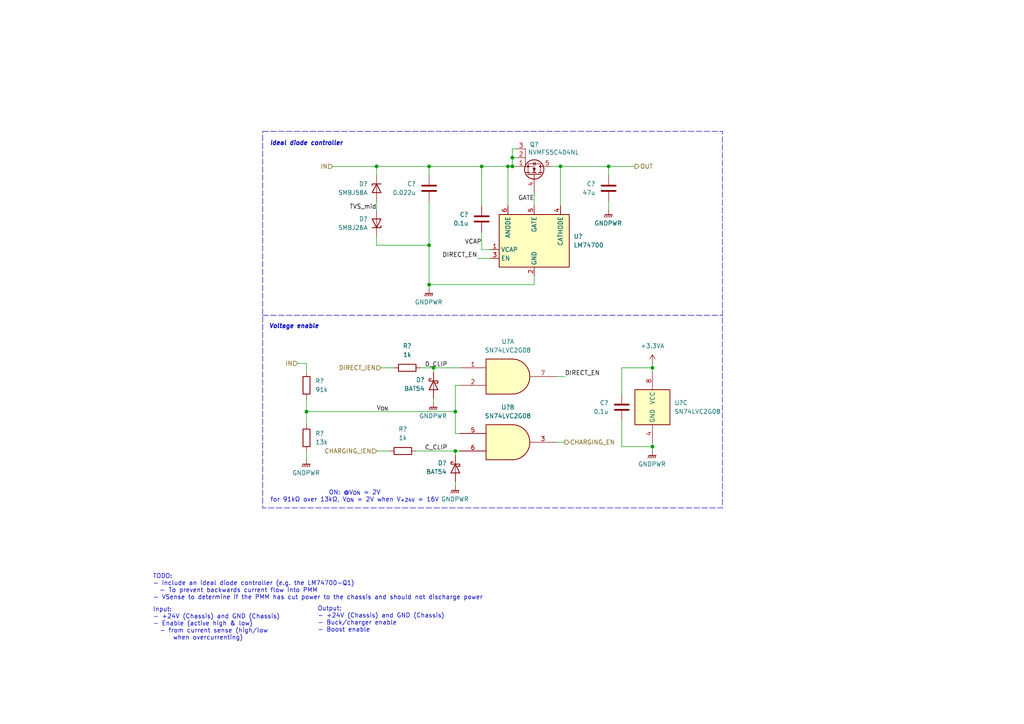
<source format=kicad_sch>
(kicad_sch (version 20250114) (generator "eeschema") (generator_version "9.0")
  (paper "A4")
  (title_block (title "Ideal Diode + VSense") (date "2025-02-12") (rev "1") (company "UT Robomaster") (comment 1 "Robomaster"))
  (lib_symbols
    (symbol "! Robomaster ICs:SN74LVC2G08"
      (property "Reference" "U" (at -10.16 7.62 0))
      (property "Value" "SN74LVC2G08" (at -10.16 -7.62 0))
      (symbol "SN74LVC2G08_1_1"
        (arc (start 0 5.08) (mid 5.0579 0) (end 0 -5.08) (stroke (width 0.254)) (fill (type background)))
        (polyline (pts (xy 0 -5.08) (xy -7.62 -5.08) (xy -7.62 5.08) (xy 0 5.08)) (stroke (width 0.254)) (fill (type background)))
        (pin input line (at -15.24 2.54 0) (length 7.62) (name "~") (number "1"))
        (pin input line (at -15.24 -2.54 0) (length 7.62) (name "~") (number "2"))
        (pin output line (at 12.7 0 180) (length 7.62) (name "~") (number "7"))
      )
      (symbol "SN74LVC2G08_2_1"
        (arc (start 0 5.08) (mid 5.0579 0) (end 0 -5.08) (stroke (width 0.254)) (fill (type background)))
        (polyline (pts (xy 0 -5.08) (xy -7.62 -5.08) (xy -7.62 5.08) (xy 0 5.08)) (stroke (width 0.254)) (fill (type background)))
        (pin input line (at -15.24 2.54 0) (length 7.62) (name "~") (number "5"))
        (pin input line (at -15.24 -2.54 0) (length 7.62) (name "~") (number "6"))
        (pin output line (at 12.7 0 180) (length 7.62) (name "~") (number "3"))
      )
      (symbol "SN74LVC2G08_3_0"
        (rectangle (start -5.08 -5.08) (end 5.08 5.08) (stroke (width 0.254)) (fill (type background)))
      )
      (symbol "SN74LVC2G08_3_1"
        (pin power_in line (at 0 10.16 270) (length 5.08) (name "VCC") (number "8"))
        (pin power_in line (at 0 -10.16 90) (length 5.08) (name "GND") (number "4"))
      )
    )
    (symbol "Device:C" (pin_numbers (hide yes)) (pin_names (offset 0.254))
      (property "Reference" "C" (at 0.635 2.54 0))
      (property "Value" "C" (at 0.635 -2.54 0))
      (symbol "C_0_1"
        (polyline (pts (xy -2.032 0.762) (xy 2.032 0.762)) (stroke (width 0.508)))
        (polyline (pts (xy -2.032 -0.762) (xy 2.032 -0.762)) (stroke (width 0.508)))
      )
      (symbol "C_1_1"
        (pin passive line (at 0 3.81 270) (length 2.794) (name "~") (number "1"))
        (pin passive line (at 0 -3.81 90) (length 2.794) (name "~") (number "2"))
      )
    )
    (symbol "Device:D_Schottky" (pin_numbers (hide yes)) (pin_names (offset 1.016) (hide yes))
      (property "Reference" "D6" (at -0.3175 6.35 0))
      (property "Value" "BAT54" (at -0.3175 3.81 0))
      (symbol "D_Schottky_0_1"
        (polyline (pts (xy -1.905 0.635) (xy -1.905 1.27) (xy -1.27 1.27) (xy -1.27 -1.27) (xy -0.635 -1.27) (xy -0.635 -0.635)) (stroke (width 0.254)))
        (polyline (pts (xy 1.27 1.27) (xy 1.27 -1.27) (xy -1.27 0) (xy 1.27 1.27)) (stroke (width 0.254)))
        (polyline (pts (xy 1.27 0) (xy -1.27 0)))
      )
      (symbol "D_Schottky_1_1"
        (pin passive line (at -3.81 0 0) (length 2.54) (name "K") (number "3"))
        (pin passive line (at 3.81 0 180) (length 2.54) (name "A") (number "1"))
      )
    )
    (symbol "Device:D_Zener" (pin_numbers (hide yes)) (pin_names (offset 1.016) (hide yes))
      (property "Reference" "D" (at 0 2.54 0))
      (property "Value" "D_Zener" (at 0 -2.54 0))
      (symbol "D_Zener_0_1"
        (polyline (pts (xy -1.27 -1.27) (xy -1.27 1.27) (xy -0.762 1.27)) (stroke (width 0.254)))
        (polyline (pts (xy 1.27 0) (xy -1.27 0)))
        (polyline (pts (xy 1.27 -1.27) (xy 1.27 1.27) (xy -1.27 0) (xy 1.27 -1.27)) (stroke (width 0.254)))
      )
      (symbol "D_Zener_1_1"
        (pin passive line (at -3.81 0 0) (length 2.54) (name "K") (number "1"))
        (pin passive line (at 3.81 0 180) (length 2.54) (name "A") (number "2"))
      )
    )
    (symbol "Device:Q_NMOS_SGD" (pin_names (offset 0) (hide yes))
      (property "Reference" "Q1" (at 8.89 0 90))
      (property "Value" "NVMFS5C404NL" (at 6.35 0 90))
      (symbol "Q_NMOS_SGD_0_1"
        (polyline (pts (xy 0.254 1.905) (xy 0.254 -1.905)) (stroke (width 0.254)))
        (polyline (pts (xy 0.254 0) (xy -2.54 0)))
        (polyline (pts (xy 0.762 2.286) (xy 0.762 1.27)) (stroke (width 0.254)))
        (polyline (pts (xy 0.762 0.508) (xy 0.762 -0.508)) (stroke (width 0.254)))
        (polyline (pts (xy 0.762 -1.27) (xy 0.762 -2.286)) (stroke (width 0.254)))
        (polyline (pts (xy 0.762 -1.778) (xy 3.302 -1.778) (xy 3.302 1.778) (xy 0.762 1.778)))
        (polyline (pts (xy 1.016 0) (xy 2.032 0.381) (xy 2.032 -0.381) (xy 1.016 0)) (fill (type outline)))
        (circle (center 1.651 0) (radius 2.794) (stroke (width 0.254)))
        (polyline (pts (xy 2.54 2.54) (xy 2.54 1.778)))
        (circle (center 2.54 1.778) (radius 0.254) (fill (type outline)))
        (circle (center 2.54 -1.778) (radius 0.254) (fill (type outline)))
        (polyline (pts (xy 2.54 -2.54) (xy 2.54 0) (xy 0.762 0)))
        (polyline (pts (xy 2.794 0.508) (xy 2.921 0.381) (xy 3.683 0.381) (xy 3.81 0.254)))
        (polyline (pts (xy 3.302 0.381) (xy 2.921 -0.254) (xy 3.683 -0.254) (xy 3.302 0.381)))
        (polyline (pts (xy 7.62 -2.54) (xy 2.54 -2.54)))
      )
      (symbol "Q_NMOS_SGD_1_1"
        (pin input line (at -5.08 0 0) (length 5.08) (name "G") (number "4"))
        (pin passive line (at 2.54 5.08 270) (length 2.54) (name "D") (number "5"))
        (pin passive line (at 2.54 -5.08 90) (length 2.54) (name "S") (number "1"))
        (pin passive line (at 5.08 -5.08 90) (length 2.54) (name "S") (number "2"))
        (pin passive line (at 7.62 -5.08 90) (length 2.54) (name "S") (number "3"))
      )
    )
    (symbol "Device:R" (pin_numbers (hide yes)) (pin_names (offset 0))
      (property "Reference" "R" (at 2.032 0 90))
      (property "Value" "R" (at 0 0 90))
      (symbol "R_0_1"
        (rectangle (start -1.016 -2.54) (end 1.016 2.54) (stroke (width 0.254)))
      )
      (symbol "R_1_1"
        (pin passive line (at 0 3.81 270) (length 1.27) (name "~") (number "1"))
        (pin passive line (at 0 -3.81 90) (length 1.27) (name "~") (number "2"))
      )
    )
    (symbol "Power_Management:LM74700"
      (property "Reference" "U" (at -9.525 -8.89 0))
      (property "Value" "LM74700" (at 7.62 -8.89 0))
      (symbol "LM74700_0_1"
        (rectangle (start -10.16 7.62) (end 10.16 -7.62) (stroke (width 0.254)) (fill (type background)))
      )
      (symbol "LM74700_1_1"
        (pin passive line (at -12.7 -2.54 0) (length 2.54) (name "VCAP") (number "1"))
        (pin input line (at -12.7 -5.08 0) (length 2.54) (name "EN") (number "3"))
        (pin power_in line (at -7.62 10.16 270) (length 2.54) (name "ANODE") (number "6"))
        (pin output line (at 0 10.16 270) (length 2.54) (name "GATE") (number "5"))
        (pin power_in line (at 0 -10.16 90) (length 2.54) (name "GND") (number "2"))
        (pin input line (at 7.62 10.16 270) (length 2.54) (name "CATHODE") (number "4"))
      )
    )
    (symbol "power:+3.3VA" (power) (pin_numbers (hide yes)) (pin_names (offset 0) (hide yes))
      (property "Value" "+3.3VA" (at 0 3.556 0))
      (symbol "+3.3VA_0_1"
        (polyline (pts (xy -0.762 1.27) (xy 0 2.54)))
        (polyline (pts (xy 0 2.54) (xy 0.762 1.27)))
        (polyline (pts (xy 0 0) (xy 0 2.54)))
      )
      (symbol "+3.3VA_1_1"
        (pin power_in line (at 0 0 90) (length 0) (name "~") (number "1"))
      )
    )
    (symbol "power:GNDPWR" (power) (pin_numbers (hide yes)) (pin_names (offset 0) (hide yes))
      (property "Value" "GNDPWR" (at 0 -3.302 0))
      (symbol "GNDPWR_0_1"
        (polyline (pts (xy -1.016 -1.27) (xy -1.27 -2.032) (xy -1.27 -2.032)) (stroke (width 0.2032)))
        (polyline (pts (xy -0.508 -1.27) (xy -0.762 -2.032) (xy -0.762 -2.032)) (stroke (width 0.2032)))
        (polyline (pts (xy 0 -1.27) (xy 0 0)))
        (polyline (pts (xy 0 -1.27) (xy -0.254 -2.032) (xy -0.254 -2.032)) (stroke (width 0.2032)))
        (polyline (pts (xy 0.508 -1.27) (xy 0.254 -2.032) (xy 0.254 -2.032)) (stroke (width 0.2032)))
        (polyline (pts (xy 1.016 -1.27) (xy -1.016 -1.27) (xy -1.016 -1.27)) (stroke (width 0.2032)))
        (polyline (pts (xy 1.016 -1.27) (xy 0.762 -2.032) (xy 0.762 -2.032) (xy 0.762 -2.032)) (stroke (width 0.2032)))
      )
      (symbol "GNDPWR_1_1"
        (pin power_in line (at 0 0 270) (length 0) (name "~") (number "1"))
      )
    )
  )
  (rectangle (start 76.2 38.1) (end 209.55 147.32) (stroke (width 0) (type dash)))
  (text "Input:\n- +24V (Chassis) and GND (Chassis)\n- Enable (active high & low)\n  - from current sense (high/low \n      when overcurrenting)" (at 44.323 176.149 0) (effects (font (size 1.27 1.27)) (justify left top)))
  (text "ON: @V_{ON} = 2V\nfor 91kΩ over 13kΩ, V_{ON} = 2V when V_{+24V} = 16V" (at 102.87 142.24 0) (effects (font (size 1.27 1.27)) (justify top)))
  (text "Ideal diode controller" (at 78.232 40.894 0) (effects (font (size 1.27 1.27) (thickness 0.254) (bold yes) (italic yes)) (justify left top)))
  (text "Output:\n- +24V (Chassis) and GND (Chassis)\n- Buck/charger enable\n- Boost enable" (at 92.075 175.895 0) (effects (font (size 1.27 1.27)) (justify left top)))
  (text "Voltage enable" (at 77.978 93.98 0) (effects (font (size 1.27 1.27) (thickness 0.254) (bold yes) (italic yes)) (justify left top)))
  (text "TODO:\n- Include an ideal diode controller (e.g. the LM74700-Q1)\n  - To prevent backwards current flow into PMM\n- VSense to determine if the PMM has cut power to the chassis and should not discharge power" (at 44.323 166.497 0) (effects (font (size 1.27 1.27)) (justify left top)))
  (junction (at 88.9 119.38))
  (junction (at 148.59 45.72))
  (junction (at 125.73 106.68))
  (junction (at 124.46 82.55))
  (junction (at 139.7 48.26))
  (junction (at 132.08 119.38))
  (junction (at 189.23 129.54))
  (junction (at 148.59 48.26))
  (junction (at 124.46 71.12))
  (junction (at 132.08 130.81))
  (junction (at 109.22 48.26))
  (junction (at 124.46 48.26))
  (junction (at 147.32 48.26))
  (junction (at 189.23 106.68))
  (junction (at 162.56 48.26))
  (junction (at 176.53 48.26))
  (wire (pts (xy 124.46 82.55) (xy 154.94 82.55)))
  (wire (pts (xy 161.29 109.22) (xy 163.83 109.22)))
  (wire (pts (xy 124.46 82.55) (xy 124.46 83.82)))
  (wire (pts (xy 149.86 43.18) (xy 148.59 43.18)))
  (wire (pts (xy 162.56 48.26) (xy 162.56 59.69)))
  (wire (pts (xy 180.34 129.54) (xy 189.23 129.54)))
  (wire (pts (xy 180.34 121.92) (xy 180.34 129.54)))
  (wire (pts (xy 161.29 128.27) (xy 163.83 128.27)))
  (wire (pts (xy 120.65 130.81) (xy 132.08 130.81)))
  (wire (pts (xy 162.56 48.26) (xy 176.53 48.26)))
  (wire (pts (xy 109.22 130.81) (xy 113.03 130.81)))
  (wire (pts (xy 180.34 106.68) (xy 180.34 114.3)))
  (wire (pts (xy 189.23 106.68) (xy 180.34 106.68)))
  (wire (pts (xy 88.9 119.38) (xy 132.08 119.38)))
  (wire (pts (xy 176.53 48.26) (xy 184.15 48.26)))
  (wire (pts (xy 124.46 58.42) (xy 124.46 71.12)))
  (wire (pts (xy 132.08 119.38) (xy 132.08 125.73)))
  (wire (pts (xy 132.08 130.81) (xy 133.35 130.81)))
  (wire (pts (xy 154.94 80.01) (xy 154.94 82.55)))
  (wire (pts (xy 139.7 48.26) (xy 147.32 48.26)))
  (wire (pts (xy 189.23 106.68) (xy 189.23 107.95)))
  (wire (pts (xy 139.7 72.39) (xy 142.24 72.39)))
  (wire (pts (xy 109.22 71.12) (xy 124.46 71.12)))
  (wire (pts (xy 176.53 48.26) (xy 176.53 50.8)))
  (wire (pts (xy 125.73 106.68) (xy 125.73 107.95)))
  (wire (pts (xy 189.23 128.27) (xy 189.23 129.54)))
  (wire (pts (xy 125.73 115.57) (xy 125.73 116.84)))
  (wire (pts (xy 147.32 48.26) (xy 148.59 48.26)))
  (wire (pts (xy 121.92 106.68) (xy 125.73 106.68)))
  (wire (pts (xy 160.02 48.26) (xy 162.56 48.26)))
  (wire (pts (xy 138.43 74.93) (xy 142.24 74.93)))
  (wire (pts (xy 132.08 111.76) (xy 132.08 119.38)))
  (wire (pts (xy 132.08 139.7) (xy 132.08 140.97)))
  (wire (pts (xy 139.7 67.31) (xy 139.7 72.39)))
  (wire (pts (xy 176.53 58.42) (xy 176.53 60.96)))
  (wire (pts (xy 148.59 43.18) (xy 148.59 45.72)))
  (wire (pts (xy 149.86 45.72) (xy 148.59 45.72)))
  (wire (pts (xy 132.08 130.81) (xy 132.08 132.08)))
  (wire (pts (xy 139.7 48.26) (xy 139.7 59.69)))
  (wire (pts (xy 88.9 119.38) (xy 88.9 123.19)))
  (wire (pts (xy 88.9 115.57) (xy 88.9 119.38)))
  (wire (pts (xy 109.22 48.26) (xy 109.22 50.8)))
  (wire (pts (xy 96.52 48.26) (xy 109.22 48.26)))
  (wire (pts (xy 147.32 48.26) (xy 147.32 59.69)))
  (wire (pts (xy 124.46 71.12) (xy 124.46 82.55)))
  (wire (pts (xy 189.23 129.54) (xy 189.23 130.81)))
  (wire (pts (xy 133.35 111.76) (xy 132.08 111.76)))
  (wire (pts (xy 88.9 130.81) (xy 88.9 133.35)))
  (wire (pts (xy 109.22 68.58) (xy 109.22 71.12)))
  (wire (pts (xy 88.9 105.41) (xy 88.9 107.95)))
  (wire (pts (xy 132.08 125.73) (xy 133.35 125.73)))
  (wire (pts (xy 148.59 48.26) (xy 149.86 48.26)))
  (wire (pts (xy 124.46 48.26) (xy 139.7 48.26)))
  (wire (pts (xy 154.94 55.88) (xy 154.94 59.69)))
  (wire (pts (xy 109.22 58.42) (xy 109.22 60.96)))
  (wire (pts (xy 110.49 106.68) (xy 114.3 106.68)))
  (polyline (pts (xy 76.2 91.44) (xy 209.55 91.44)) (stroke (width 0) (type dash)))
  (wire (pts (xy 189.23 105.41) (xy 189.23 106.68)))
  (wire (pts (xy 86.36 105.41) (xy 88.9 105.41)))
  (wire (pts (xy 125.73 106.68) (xy 133.35 106.68)))
  (wire (pts (xy 109.22 48.26) (xy 124.46 48.26)))
  (wire (pts (xy 148.59 45.72) (xy 148.59 48.26)))
  (wire (pts (xy 124.46 48.26) (xy 124.46 50.8)))
  (label "DIRECT_EN" (at 138.43 74.93 180) (effects (font (thickness 0.1588))))
  (label "C_CLIP" (at 123.19 130.81 0))
  (label "V_{ON}" (at 109.22 119.38 0))
  (label "DIRECT_EN" (at 163.83 109.22 0) (effects (font (thickness 0.1588))))
  (label "TVS_mid" (at 109.22 60.96 180) (effects (font (thickness 0.1588))))
  (label "D_CLIP" (at 123.19 106.68 0))
  (label "VCAP" (at 139.7 71.12 180) (effects (font (thickness 0.1588))))
  (label "GATE" (at 154.94 58.42 180))
  (hierarchical_label "DIRECT_IEN" (shape input) (at 110.49 106.68 180))
  (hierarchical_label "CHARGING_IEN" (shape input) (at 109.22 130.81 180))
  (hierarchical_label "IN" (shape input) (at 96.52 48.26 180))
  (hierarchical_label "IN" (shape input) (at 86.36 105.41 180))
  (hierarchical_label "OUT" (shape output) (at 184.15 48.26 0))
  (hierarchical_label "CHARGING_EN" (shape output) (at 163.83 128.27 0))
  (symbol (lib_id "Device:R") (at 88.9 111.76 0) (unit 1)
    (property "Reference" "R31" (at 91.44 110.4899 0) (effects (justify left)))
    (property "Value" "91k" (at 91.44 113.0299 0) (effects (justify left)))
    (property "Footprint" "Resistor_SMD:R_0603_1608Metric_Pad0.98x0.95mm_HandSolder" (effects (hide yes)))
    (property "Description" "Resistor" (effects (hide yes)))
    (instances (project "Ideal Diode Rev1" (path "" (reference "R?") (unit 1))) (project "SupercapManager" (path "" (reference "R31") (unit 1))))
  )
  (symbol (lib_id "Device:R") (at 118.11 106.68 90) (unit 1)
    (property "Reference" "R30" (at 118.11 100.33 90))
    (property "Value" "1k" (at 118.11 102.87 90))
    (property "Footprint" "Resistor_SMD:R_0603_1608Metric_Pad0.98x0.95mm_HandSolder" (effects (hide yes)))
    (property "Description" "Resistor" (effects (hide yes)))
    (instances (project "Ideal Diode Rev1" (path "" (reference "R?") (unit 1))) (project "" (path "" (reference "R30") (unit 1))))
  )
  (symbol (lib_id "Device:C") (at 176.53 54.61 0) (mirror y) (unit 1)
    (property "Reference" "C32" (at 172.72 53.3399 0) (effects (justify left)))
    (property "Value" "47u" (at 172.72 55.8799 0) (effects (justify left)))
    (property "Footprint" "Capacitor_SMD:C_0603_1608Metric_Pad1.08x0.95mm_HandSolder" (effects (hide yes)))
    (property "Description" "Unpolarized capacitor" (effects (hide yes)))
    (instances (project "Ideal Diode Rev1" (path "" (reference "C?") (unit 1))) (project "SupercapManager" (path "" (reference "C32") (unit 1))))
  )
  (symbol (lib_id "Device:D_Schottky") (at 125.73 111.76 90) (mirror x) (unit 1)
    (property "Reference" "D8" (at 123.19 110.1724 90) (effects (justify left)))
    (property "Value" "BAT54" (at 123.19 112.7124 90) (effects (justify left)))
    (property "Footprint" "Package_TO_SOT_SMD:SOT-23_Handsoldering" (effects (hide yes)))
    (property "Datasheet" "https://www.mouser.com/datasheet/2/1057/BAT54_SERIES-1868856.pdf" (effects (hide yes)))
    (property "Description" "Schottky diode" (effects (hide yes)))
    (property "Mouser Part Number" "241-BAT54_R1_00001" (effects (hide yes)))
    (instances (project "Ideal Diode Rev1" (path "" (reference "D?") (unit 1))) (project "SupercapManager" (path "" (reference "D8") (unit 1))))
  )
  (symbol (lib_id "Device:C") (at 124.46 54.61 0) (mirror y) (unit 1)
    (property "Reference" "C31" (at 120.65 53.3399 0) (effects (justify left)))
    (property "Value" "0.022u" (at 120.65 55.8799 0) (effects (justify left)))
    (property "Footprint" "Capacitor_SMD:C_0603_1608Metric_Pad1.08x0.95mm_HandSolder" (effects (hide yes)))
    (property "Description" "Unpolarized capacitor" (effects (hide yes)))
    (instances (project "Ideal Diode Rev1" (path "" (reference "C?") (unit 1))) (project "SupercapManager" (path "" (reference "C31") (unit 1))))
  )
  (symbol (lib_id "Device:D_Schottky") (at 132.08 135.89 90) (mirror x) (unit 1)
    (property "Reference" "D9" (at 129.54 134.3024 90) (effects (justify left)))
    (property "Value" "BAT54" (at 129.54 136.8424 90) (effects (justify left)))
    (property "Footprint" "Package_TO_SOT_SMD:SOT-23_Handsoldering" (effects (hide yes)))
    (property "Datasheet" "https://www.mouser.com/datasheet/2/1057/BAT54_SERIES-1868856.pdf" (effects (hide yes)))
    (property "Description" "Schottky diode" (effects (hide yes)))
    (property "Mouser Part Number" "241-BAT54_R1_00001" (effects (hide yes)))
    (instances (project "Ideal Diode Rev1" (path "" (reference "D?") (unit 1))) (project "SupercapManager" (path "" (reference "D9") (unit 1))))
  )
  (symbol (lib_id "power:GNDPWR") (at 125.73 116.84 0) (unit 1)
    (property "Reference" "#PWR056" (effects (hide yes)))
    (property "Value" "GNDPWR" (at 125.603 120.65 0))
    (property "Description" "Power symbol creates a global label with name \"GNDPWR\" , global ground" (effects (hide yes)))
    (instances (project "Ideal Diode Rev1" (path "" (reference "#PWR?") (unit 1))) (project "SupercapManager" (path "" (reference "#PWR056") (unit 1))))
  )
  (symbol (lib_id "Device:R") (at 116.84 130.81 90) (unit 1)
    (property "Reference" "R33" (at 116.84 124.46 90))
    (property "Value" "1k" (at 116.84 127 90))
    (property "Footprint" "Resistor_SMD:R_0603_1608Metric_Pad0.98x0.95mm_HandSolder" (effects (hide yes)))
    (property "Description" "Resistor" (effects (hide yes)))
    (instances (project "Ideal Diode Rev1" (path "" (reference "R?") (unit 1))) (project "SupercapManager" (path "" (reference "R33") (unit 1))))
  )
  (symbol (lib_id "! Robomaster ICs:SN74LVC2G08") (at 148.59 128.27 0) (unit 2)
    (property "Reference" "U9" (at 147.3089 118.11 0))
    (property "Value" "SN74LVC2G08" (at 147.3089 120.65 0))
    (property "Footprint" "Package_SO:VSSOP-8_2.3x2mm_P0.5mm" (effects (hide yes)))
    (property "Datasheet" "https://www.ti.com/lit/gpn/sn74lvc2g08" (effects (hide yes)))
    (property "Description" "2-ch, 2-input 1.65-V to 5.5-V 32 mA drive strength AND gate" (effects (hide yes)))
    (instances (project "Ideal Diode Rev1" (path "" (reference "U?") (unit 2))) (project "" (path "" (reference "U9") (unit 2))))
  )
  (symbol (lib_id "power:GNDPWR") (at 189.23 130.81 0) (unit 1)
    (property "Reference" "#PWR057" (effects (hide yes)))
    (property "Value" "GNDPWR" (at 189.103 134.62 0))
    (property "Description" "Power symbol creates a global label with name \"GNDPWR\" , global ground" (effects (hide yes)))
    (instances (project "Ideal Diode Rev1" (path "" (reference "#PWR?") (unit 1))) (project "SupercapManager" (path "" (reference "#PWR057") (unit 1))))
  )
  (symbol (lib_id "power:+3.3VA") (at 189.23 105.41 0) (unit 1)
    (property "Reference" "#PWR055" (effects (hide yes)))
    (property "Value" "+3.3VA" (at 189.23 100.33 0))
    (property "Description" "Power symbol creates a global label with name \"+3.3VA\"" (effects (hide yes)))
    (instances (project "Ideal Diode Rev1" (path "" (reference "#PWR?") (unit 1))) (project "SupercapManager" (path "" (reference "#PWR055") (unit 1))))
  )
  (symbol (lib_id "power:GNDPWR") (at 124.46 83.82 0) (unit 1)
    (property "Reference" "#PWR054" (effects (hide yes)))
    (property "Value" "GNDPWR" (at 124.333 87.63 0))
    (property "Description" "Power symbol creates a global label with name \"GNDPWR\" , global ground" (effects (hide yes)))
    (instances (project "Ideal Diode Rev1" (path "" (reference "#PWR?") (unit 1))) (project "SupercapManager" (path "" (reference "#PWR054") (unit 1))))
  )
  (symbol (lib_id "Device:C") (at 139.7 63.5 0) (mirror y) (unit 1)
    (property "Reference" "C33" (at 135.89 62.2299 0) (effects (justify left)))
    (property "Value" "0.1u" (at 135.89 64.7699 0) (effects (justify left)))
    (property "Footprint" "Capacitor_SMD:C_0603_1608Metric_Pad1.08x0.95mm_HandSolder" (effects (hide yes)))
    (property "Description" "Unpolarized capacitor" (effects (hide yes)))
    (instances (project "Ideal Diode Rev1" (path "" (reference "C?") (unit 1))) (project "SupercapManager" (path "" (reference "C33") (unit 1))))
  )
  (symbol (lib_id "Device:Q_NMOS_SGD") (at 154.94 50.8 270) (mirror x) (unit 1)
    (property "Reference" "Q5" (at 154.94 41.91 90))
    (property "Value" "NVMFS5C404NL" (at 160.528 44.196 90))
    (property "Footprint" "Package_SO:ONSemi_SO-8FL_488AA" (effects (hide yes)))
    (property "Description" "N-MOSFET transistor, source/gate/drain" (effects (hide yes)))
    (instances (project "Ideal Diode Rev1" (path "" (reference "Q?") (unit 1))) (project "SupercapManager" (path "" (reference "Q5") (unit 1))))
  )
  (symbol (lib_id "Power_Management:LM74700") (at 154.94 69.85 0) (unit 1)
    (property "Reference" "U8" (at 166.37 68.5799 0) (effects (justify left)))
    (property "Value" "LM74700" (at 166.37 71.1199 0) (effects (justify left)))
    (property "Footprint" "Package_TO_SOT_SMD:SOT-23-6_Handsoldering" (effects (hide yes)))
    (property "Datasheet" "http://www.ti.com/lit/gpn/LM74700-Q1" (effects (hide yes)))
    (property "Description" "Low Iq reverse battery protection ideal diode controller, SOT-23-6" (effects (hide yes)))
    (instances (project "Ideal Diode Rev1" (path "" (reference "U?") (unit 1))) (project "" (path "" (reference "U8") (unit 1))))
  )
  (symbol (lib_id "! Robomaster ICs:SN74LVC2G08") (at 189.23 118.11 0) (unit 3)
    (property "Reference" "U9" (at 195.58 116.8399 0) (effects (justify left)))
    (property "Value" "SN74LVC2G08" (at 195.58 119.3799 0) (effects (justify left)))
    (property "Footprint" "Package_SO:VSSOP-8_2.3x2mm_P0.5mm" (effects (hide yes)))
    (property "Datasheet" "https://www.ti.com/lit/gpn/sn74lvc2g08" (effects (hide yes)))
    (property "Description" "2-ch, 2-input 1.65-V to 5.5-V 32 mA drive strength AND gate" (effects (hide yes)))
    (instances (project "Ideal Diode Rev1" (path "" (reference "U?") (unit 3))) (project "" (path "" (reference "U9") (unit 3))))
  )
  (symbol (lib_id "Device:R") (at 88.9 127 0) (unit 1)
    (property "Reference" "R32" (at 91.44 125.7299 0) (effects (justify left)))
    (property "Value" "13k" (at 91.44 128.2699 0) (effects (justify left)))
    (property "Footprint" "Resistor_SMD:R_0603_1608Metric_Pad0.98x0.95mm_HandSolder" (effects (hide yes)))
    (property "Description" "Resistor" (effects (hide yes)))
    (instances (project "Ideal Diode Rev1" (path "" (reference "R?") (unit 1))) (project "SupercapManager" (path "" (reference "R32") (unit 1))))
  )
  (symbol (lib_id "Device:D_Zener") (at 109.22 54.61 90) (mirror x) (unit 1)
    (property "Reference" "D6" (at 106.68 53.3399 90) (effects (justify left)))
    (property "Value" "SMBJ58A" (at 106.68 55.8799 90) (effects (justify left)))
    (property "Footprint" "Diode_SMD:D_SMB_Handsoldering" (effects (hide yes)))
    (property "Datasheet" "https://www.mouser.com/datasheet/2/115/DIOD_S_A0003133144_1-2542279.pdf" (effects (hide yes)))
    (property "Description" "Zener diode" (effects (hide yes)))
    (instances (project "Ideal Diode Rev1" (path "" (reference "D?") (unit 1))) (project "SupercapManager" (path "" (reference "D6") (unit 1))))
  )
  (symbol (lib_id "power:GNDPWR") (at 176.53 60.96 0) (unit 1)
    (property "Reference" "#PWR053" (effects (hide yes)))
    (property "Value" "GNDPWR" (at 176.403 64.77 0))
    (property "Description" "Power symbol creates a global label with name \"GNDPWR\" , global ground" (effects (hide yes)))
    (instances (project "Ideal Diode Rev1" (path "" (reference "#PWR?") (unit 1))) (project "SupercapManager" (path "" (reference "#PWR053") (unit 1))))
  )
  (symbol (lib_id "Device:C") (at 180.34 118.11 0) (mirror y) (unit 1)
    (property "Reference" "C34" (at 176.53 116.8399 0) (effects (justify left)))
    (property "Value" "0.1u" (at 176.53 119.3799 0) (effects (justify left)))
    (property "Footprint" "Capacitor_SMD:C_0603_1608Metric_Pad1.08x0.95mm_HandSolder" (effects (hide yes)))
    (property "Description" "Unpolarized capacitor" (effects (hide yes)))
    (instances (project "Ideal Diode Rev1" (path "" (reference "C?") (unit 1))) (project "SupercapManager" (path "" (reference "C34") (unit 1))))
  )
  (symbol (lib_id "! Robomaster ICs:SN74LVC2G08") (at 148.59 109.22 0) (unit 1)
    (property "Reference" "U9" (at 147.3089 99.06 0))
    (property "Value" "SN74LVC2G08" (at 147.3089 101.6 0))
    (property "Footprint" "Package_SO:VSSOP-8_2.3x2mm_P0.5mm" (effects (hide yes)))
    (property "Datasheet" "https://www.ti.com/lit/gpn/sn74lvc2g08" (effects (hide yes)))
    (property "Description" "2-ch, 2-input 1.65-V to 5.5-V 32 mA drive strength AND gate" (effects (hide yes)))
    (instances (project "Ideal Diode Rev1" (path "" (reference "U?") (unit 1))) (project "" (path "" (reference "U9") (unit 1))))
  )
  (symbol (lib_id "power:GNDPWR") (at 88.9 133.35 0) (unit 1)
    (property "Reference" "#PWR058" (effects (hide yes)))
    (property "Value" "GNDPWR" (at 88.773 137.16 0))
    (property "Description" "Power symbol creates a global label with name \"GNDPWR\" , global ground" (effects (hide yes)))
    (instances (project "Ideal Diode Rev1" (path "" (reference "#PWR?") (unit 1))) (project "SupercapManager" (path "" (reference "#PWR058") (unit 1))))
  )
  (symbol (lib_id "Device:D_Zener") (at 109.22 64.77 270) (mirror x) (unit 1)
    (property "Reference" "D7" (at 106.68 63.4999 90) (effects (justify right)))
    (property "Value" "SMBJ26A" (at 106.68 66.0399 90) (effects (justify right)))
    (property "Footprint" "Diode_SMD:D_SMB_Handsoldering" (effects (hide yes)))
    (property "Datasheet" "https://www.vishay.com/docs/88392/smbj.pdf" (effects (hide yes)))
    (property "Description" "Zener diode" (effects (hide yes)))
    (instances (project "Ideal Diode Rev1" (path "" (reference "D?") (unit 1))) (project "" (path "" (reference "D7") (unit 1))))
  )
  (symbol (lib_id "power:GNDPWR") (at 132.08 140.97 0) (unit 1)
    (property "Reference" "#PWR059" (effects (hide yes)))
    (property "Value" "GNDPWR" (at 131.953 144.78 0))
    (property "Description" "Power symbol creates a global label with name \"GNDPWR\" , global ground" (effects (hide yes)))
    (instances (project "Ideal Diode Rev1" (path "" (reference "#PWR?") (unit 1))) (project "SupercapManager" (path "" (reference "#PWR059") (unit 1))))
  )
)
</source>
